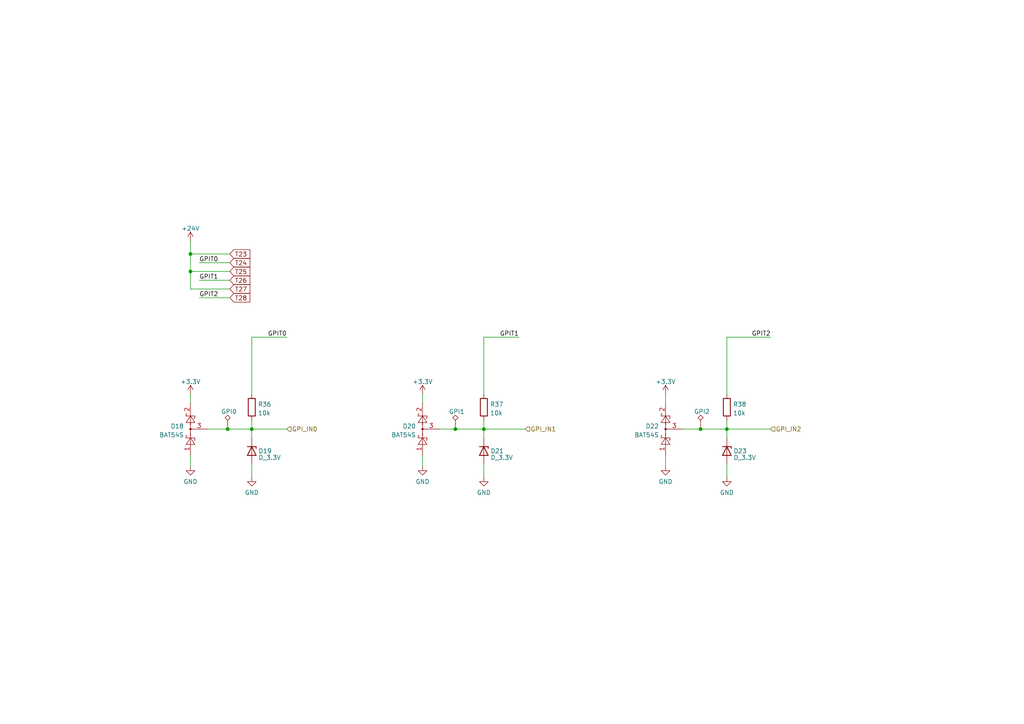
<source format=kicad_sch>
(kicad_sch (version 20211123) (generator eeschema)
  (paper "A4")
  (title_block (title "FloatPUMP Schematics") (date "2022-11-11") (rev "1.0") (company "robtor.de") (comment 1 "Controller board for up to 3 water pumps") (comment 2 "measuring capabilities with piezoresistive pressure sensors") (comment 3 "sensor input Range 4mA-20mA"))
  (lib_symbols
    (symbol "Connector:TestPoint_Alt" (pin_numbers hide) (pin_names (offset 0.762) hide)
      (property "Reference" "TP" (at 0 6.858 0))
      (property "Value" "TestPoint_Alt" (at 0 5.08 0))
      (symbol "TestPoint_Alt_0_1"
        (polyline (pts (xy 0 2.54) (xy -0.762 3.302) (xy 0 4.064) (xy 0.762 3.302) (xy 0 2.54)))
      )
      (symbol "TestPoint_Alt_1_1"
        (pin passive line (at 0 0 90) (length 2.54) (name "1") (number "1"))
      )
    )
    (symbol "D_Zener_1" (pin_numbers hide) (pin_names (offset 1.016) hide)
      (property "Reference" "D?" (at 2.032 0.8347 90))
      (property "Value" "D_Zener_1" (at 2.032 -1.7022 90))
      (symbol "D_Zener_1_0_1"
        (polyline (pts (xy 1.27 0) (xy -1.27 0)))
        (polyline (pts (xy -1.27 -1.27) (xy -1.27 1.27) (xy -0.762 1.27)) (stroke (width 0.254)))
        (polyline (pts (xy 1.27 -1.27) (xy 1.27 1.27) (xy -1.27 0) (xy 1.27 -1.27)) (stroke (width 0.254)))
      )
      (symbol "D_Zener_1_1_1"
        (pin passive line (at 3.81 0 180) (length 2.54) (name "A") (number "1"))
        (pin passive line (at -3.81 0 0) (length 2.54) (name "K") (number "3"))
      )
    )
    (symbol "Device:R" (pin_numbers hide) (pin_names (offset 0))
      (property "Reference" "R" (at 2.032 0 90))
      (property "Value" "R" (at 0 0 90))
      (symbol "R_0_1"
        (rectangle (start -1.016 -2.54) (end 1.016 2.54) (stroke (width 0.254)))
      )
      (symbol "R_1_1"
        (pin passive line (at 0 3.81 270) (length 1.27) (name "~") (number "1"))
        (pin passive line (at 0 -3.81 90) (length 1.27) (name "~") (number "2"))
      )
    )
    (symbol "Diode:BAT54S" (pin_names (offset 1.016))
      (property "Reference" "D" (at 0.635 -3.81 0))
      (property "Value" "BAT54S" (at -6.35 3.175 0))
      (symbol "BAT54S_0_1"
        (polyline (pts (xy -3.81 0) (xy -1.27 0)))
        (polyline (pts (xy -3.175 -1.27) (xy -3.175 -1.016)))
        (polyline (pts (xy -2.54 -1.27) (xy -3.175 -1.27)))
        (polyline (pts (xy -2.54 -1.27) (xy -2.54 1.27)))
        (polyline (pts (xy -2.54 1.27) (xy -1.905 1.27)))
        (polyline (pts (xy -1.905 0) (xy 1.905 0)))
        (polyline (pts (xy -1.905 1.27) (xy -1.905 1.016)))
        (polyline (pts (xy 1.27 0) (xy 3.81 0)))
        (polyline (pts (xy 3.175 -1.27) (xy 3.175 -1.016)))
        (polyline (pts (xy 3.81 -1.27) (xy 3.175 -1.27)))
        (polyline (pts (xy 3.81 -1.27) (xy 3.81 1.27)))
        (polyline (pts (xy 3.81 1.27) (xy 4.445 1.27)))
        (polyline (pts (xy 4.445 1.27) (xy 4.445 1.016)))
        (polyline (pts (xy -4.445 1.27) (xy -4.445 -1.27) (xy -2.54 0) (xy -4.445 1.27)))
        (polyline (pts (xy 1.905 1.27) (xy 1.905 -1.27) (xy 3.81 0) (xy 1.905 1.27)))
        (circle (center 0 0) (radius 0.254) (fill (type outline)))
      )
      (symbol "BAT54S_1_1"
        (pin passive line (at -7.62 0 0) (length 3.81) (name "~") (number "1"))
        (pin passive line (at 7.62 0 180) (length 3.81) (name "~") (number "2"))
        (pin passive line (at 0 -5.08 90) (length 5.08) (name "~") (number "3"))
      )
    )
    (symbol "power:+24V" (power) (pin_names (offset 0))
      (property "Value" "+24V" (at 0 3.556 0))
      (symbol "+24V_0_1"
        (polyline (pts (xy -0.762 1.27) (xy 0 2.54)))
        (polyline (pts (xy 0 0) (xy 0 2.54)))
        (polyline (pts (xy 0 2.54) (xy 0.762 1.27)))
      )
      (symbol "+24V_1_1"
        (pin power_in line (at 0 0 90) (length 0) hide (name "+24V") (number "1"))
      )
    )
    (symbol "power:+3.3V" (power) (pin_names (offset 0))
      (property "Value" "+3.3V" (at 0 3.556 0))
      (symbol "+3.3V_0_1"
        (polyline (pts (xy -0.762 1.27) (xy 0 2.54)))
        (polyline (pts (xy 0 0) (xy 0 2.54)))
        (polyline (pts (xy 0 2.54) (xy 0.762 1.27)))
      )
      (symbol "+3.3V_1_1"
        (pin power_in line (at 0 0 90) (length 0) hide (name "+3.3V") (number "1"))
      )
    )
    (symbol "power:GND" (power) (pin_names (offset 0))
      (property "Value" "GND" (at 0 -3.81 0))
      (symbol "GND_0_1"
        (polyline (pts (xy 0 0) (xy 0 -1.27) (xy 1.27 -1.27) (xy 0 -2.54) (xy -1.27 -1.27) (xy 0 -1.27)))
      )
      (symbol "GND_1_1"
        (pin power_in line (at 0 0 270) (length 0) hide (name "GND") (number "1"))
      )
    )
  )
  (junction (at 203.2 124.46))
  (junction (at 66.04 124.46))
  (junction (at 73.025 124.46))
  (junction (at 55.245 73.66))
  (junction (at 132.08 124.46))
  (junction (at 210.82 124.46))
  (junction (at 55.245 78.74))
  (junction (at 140.335 124.46))
  (wire (pts (xy 66.675 83.82) (xy 55.245 83.82)))
  (wire (pts (xy 140.335 134.62) (xy 140.335 138.43)))
  (wire (pts (xy 210.82 114.3) (xy 210.82 97.79)))
  (wire (pts (xy 66.04 124.46) (xy 73.025 124.46)))
  (wire (pts (xy 55.245 73.66) (xy 55.245 78.74)))
  (wire (pts (xy 198.12 124.46) (xy 203.2 124.46)))
  (wire (pts (xy 57.785 86.36) (xy 66.675 86.36)))
  (wire (pts (xy 73.025 121.92) (xy 73.025 124.46)))
  (wire (pts (xy 140.335 121.92) (xy 140.335 124.46)))
  (wire (pts (xy 73.025 124.46) (xy 73.025 127)))
  (wire (pts (xy 122.555 114.3) (xy 122.555 116.84)))
  (wire (pts (xy 73.025 124.46) (xy 83.185 124.46)))
  (wire (pts (xy 73.025 114.3) (xy 73.025 97.79)))
  (wire (pts (xy 210.82 124.46) (xy 210.82 127)))
  (wire (pts (xy 55.245 78.74) (xy 66.675 78.74)))
  (wire (pts (xy 55.245 78.74) (xy 55.245 83.82)))
  (wire (pts (xy 210.82 124.46) (xy 223.52 124.46)))
  (wire (pts (xy 57.785 76.2) (xy 66.675 76.2)))
  (wire (pts (xy 55.245 114.3) (xy 55.245 116.84)))
  (wire (pts (xy 55.245 132.08) (xy 55.245 135.255)))
  (wire (pts (xy 210.82 121.92) (xy 210.82 124.46)))
  (wire (pts (xy 127.635 124.46) (xy 132.08 124.46)))
  (wire (pts (xy 66.675 73.66) (xy 55.245 73.66)))
  (wire (pts (xy 73.025 134.62) (xy 73.025 138.43)))
  (wire (pts (xy 60.325 124.46) (xy 66.04 124.46)))
  (wire (pts (xy 73.025 97.79) (xy 83.185 97.79)))
  (wire (pts (xy 210.82 97.79) (xy 223.52 97.79)))
  (wire (pts (xy 140.335 97.79) (xy 150.495 97.79)))
  (wire (pts (xy 55.245 69.85) (xy 55.245 73.66)))
  (wire (pts (xy 193.04 114.3) (xy 193.04 116.84)))
  (wire (pts (xy 203.2 124.46) (xy 210.82 124.46)))
  (wire (pts (xy 140.335 97.79) (xy 140.335 114.3)))
  (wire (pts (xy 57.785 81.28) (xy 66.675 81.28)))
  (wire (pts (xy 122.555 132.08) (xy 122.555 135.255)))
  (wire (pts (xy 140.335 124.46) (xy 152.4 124.46)))
  (wire (pts (xy 140.335 124.46) (xy 140.335 127)))
  (wire (pts (xy 132.08 124.46) (xy 140.335 124.46)))
  (wire (pts (xy 193.04 132.08) (xy 193.04 135.255)))
  (wire (pts (xy 210.82 134.62) (xy 210.82 138.43)))
  (label "GPIT1" (at 150.495 97.79 180))
  (label "GPIT1" (at 57.785 81.28 0))
  (label "GPIT0" (at 83.185 97.79 180))
  (label "GPIT0" (at 57.785 76.2 0))
  (label "GPIT2" (at 57.785 86.36 0))
  (label "GPIT2" (at 223.52 97.79 180))
  (global_label "T27" (shape input) (at 66.675 83.82 0) (property "Referenzen zwischen Schaltplänen" "${INTERSHEET_REFS}" (effects hide)))
  (global_label "T24" (shape input) (at 66.675 76.2 0) (property "Referenzen zwischen Schaltplänen" "${INTERSHEET_REFS}" (effects hide)))
  (global_label "T28" (shape input) (at 66.675 86.36 0) (property "Referenzen zwischen Schaltplänen" "${INTERSHEET_REFS}" (effects hide)))
  (global_label "T23" (shape input) (at 66.675 73.66 0) (property "Referenzen zwischen Schaltplänen" "${INTERSHEET_REFS}" (effects hide)))
  (global_label "T25" (shape input) (at 66.675 78.74 0) (property "Referenzen zwischen Schaltplänen" "${INTERSHEET_REFS}" (effects hide)))
  (global_label "T26" (shape input) (at 66.675 81.28 0) (property "Referenzen zwischen Schaltplänen" "${INTERSHEET_REFS}" (effects hide)))
  (hierarchical_label "GPI_IN0" (shape input) (at 83.185 124.46 0))
  (hierarchical_label "GPI_IN2" (shape input) (at 223.52 124.46 0))
  (hierarchical_label "GPI_IN1" (shape input) (at 152.4 124.46 0))
  (symbol (lib_id "power:+24V") (at 55.245 69.85 0) (unit 1)
    (property "Reference" "#PWR083" (effects hide))
    (property "Value" "+24V" (at 55.245 66.2742 0))
  )
  (symbol (lib_id "power:GND") (at 73.025 138.43 0) (unit 1)
    (property "Reference" "#PWR086" (effects hide))
    (property "Value" "GND" (at 73.025 142.8734 0))
  )
  (symbol (lib_name "D_Zener_1") (lib_id "Device:D_Zener") (at 210.82 130.81 270) (unit 1)
    (property "Reference" "D23" (at 212.725 130.81 90) (effects (justify left)))
    (property "Value" "D_3.3V" (at 212.725 132.715 90) (effects (justify left)))
    (property "Footprint" "Package_TO_SOT_SMD:SOT-23" (effects hide))
    (property "Datasheet" "https://datasheet.lcsc.com/lcsc/1809191825_LRC-LBZX84C3V3LT1G_C12745.pdf" (effects hide))
  )
  (symbol (lib_name "D_Zener_1") (lib_id "Device:D_Zener") (at 73.025 130.81 270) (unit 1)
    (property "Reference" "D19" (at 74.93 130.81 90) (effects (justify left)))
    (property "Value" "D_3.3V" (at 74.93 132.715 90) (effects (justify left)))
    (property "Footprint" "Package_TO_SOT_SMD:SOT-23" (effects hide))
    (property "Datasheet" "https://datasheet.lcsc.com/lcsc/1809191825_LRC-LBZX84C3V3LT1G_C12745.pdf" (effects hide))
  )
  (symbol (lib_id "Connector:TestPoint_Alt") (at 203.2 124.46 0) (unit 1)
    (property "Reference" "TP21" (effects hide))
    (property "Value" "GPI2" (at 201.295 119.38 0) (effects (justify left)))
    (property "Footprint" "TestPoint:TestPoint_Pad_D1.0mm" (effects hide))
  )
  (symbol (lib_id "Device:R") (at 210.82 118.11 0) (unit 1)
    (property "Reference" "R38" (at 212.598 117.2753 0) (effects (justify left)))
    (property "Value" "10k" (at 212.598 119.8122 0) (effects (justify left)))
    (property "Footprint" "Resistor_SMD:R_0603_1608Metric" (effects hide))
    (property "JLCPCB" "C238881" (effects hide))
  )
  (symbol (lib_id "Diode:BAT54S") (at 193.04 124.46 90) (unit 1)
    (property "Reference" "D22" (at 191.135 123.6253 90) (effects (justify left)))
    (property "Value" "BAT54S" (at 191.135 126.1622 90) (effects (justify left)))
    (property "Footprint" "Package_TO_SOT_SMD:SOT-23" (effects hide))
    (property "Datasheet" "https://www.diodes.com/assets/Datasheets/ds11005.pdf" (effects hide))
    (property "JLCPCB" "C2762214" (effects hide))
  )
  (symbol (lib_id "Connector:TestPoint_Alt") (at 132.08 124.46 0) (unit 1)
    (property "Reference" "TP20" (effects hide))
    (property "Value" "GPI1" (at 130.175 119.38 0) (effects (justify left)))
    (property "Footprint" "TestPoint:TestPoint_Pad_D1.0mm" (effects hide))
  )
  (symbol (lib_id "Device:R") (at 73.025 118.11 0) (unit 1)
    (property "Reference" "R36" (at 74.803 117.2753 0) (effects (justify left)))
    (property "Value" "10k" (at 74.803 119.8122 0) (effects (justify left)))
    (property "Footprint" "Resistor_SMD:R_0603_1608Metric" (effects hide))
    (property "JLCPCB" "C238881" (effects hide))
  )
  (symbol (lib_id "power:GND") (at 55.245 135.255 0) (unit 1)
    (property "Reference" "#PWR085" (effects hide))
    (property "Value" "GND" (at 55.245 139.6984 0))
  )
  (symbol (lib_id "power:GND") (at 122.555 135.255 0) (unit 1)
    (property "Reference" "#PWR088" (effects hide))
    (property "Value" "GND" (at 122.555 139.6984 0))
  )
  (symbol (lib_id "power:GND") (at 193.04 135.255 0) (unit 1)
    (property "Reference" "#PWR091" (effects hide))
    (property "Value" "GND" (at 193.04 139.6984 0))
  )
  (symbol (lib_id "power:GND") (at 210.82 138.43 0) (unit 1)
    (property "Reference" "#PWR092" (effects hide))
    (property "Value" "GND" (at 210.82 142.8734 0))
  )
  (symbol (lib_id "Diode:BAT54S") (at 122.555 124.46 90) (unit 1)
    (property "Reference" "D20" (at 120.65 123.6253 90) (effects (justify left)))
    (property "Value" "BAT54S" (at 120.65 126.1622 90) (effects (justify left)))
    (property "Footprint" "Package_TO_SOT_SMD:SOT-23" (effects hide))
    (property "Datasheet" "https://www.diodes.com/assets/Datasheets/ds11005.pdf" (effects hide))
    (property "JLCPCB" "C2762214" (effects hide))
  )
  (symbol (lib_id "power:+3.3V") (at 193.04 114.3 0) (unit 1)
    (property "Reference" "#PWR090" (effects hide))
    (property "Value" "+3.3V" (at 193.04 110.7242 0))
  )
  (symbol (lib_name "D_Zener_1") (lib_id "Device:D_Zener") (at 140.335 130.81 270) (unit 1)
    (property "Reference" "D21" (at 142.24 130.81 90) (effects (justify left)))
    (property "Value" "D_3.3V" (at 142.24 132.715 90) (effects (justify left)))
    (property "Footprint" "Package_TO_SOT_SMD:SOT-23" (effects hide))
    (property "Datasheet" "https://datasheet.lcsc.com/lcsc/1809191825_LRC-LBZX84C3V3LT1G_C12745.pdf" (effects hide))
  )
  (symbol (lib_id "Connector:TestPoint_Alt") (at 66.04 124.46 0) (unit 1)
    (property "Reference" "TP19" (effects hide))
    (property "Value" "GPI0" (at 64.135 119.38 0) (effects (justify left)))
    (property "Footprint" "TestPoint:TestPoint_Pad_D1.0mm" (effects hide))
  )
  (symbol (lib_id "power:+3.3V") (at 55.245 114.3 0) (unit 1)
    (property "Reference" "#PWR084" (effects hide))
    (property "Value" "+3.3V" (at 55.245 110.7242 0))
  )
  (symbol (lib_id "Diode:BAT54S") (at 55.245 124.46 90) (unit 1)
    (property "Reference" "D18" (at 53.34 123.6253 90) (effects (justify left)))
    (property "Value" "BAT54S" (at 53.34 126.1622 90) (effects (justify left)))
    (property "Footprint" "Package_TO_SOT_SMD:SOT-23" (effects hide))
    (property "Datasheet" "https://www.diodes.com/assets/Datasheets/ds11005.pdf" (effects hide))
    (property "JLCPCB" "C2762214" (effects hide))
  )
  (symbol (lib_id "power:+3.3V") (at 122.555 114.3 0) (unit 1)
    (property "Reference" "#PWR087" (effects hide))
    (property "Value" "+3.3V" (at 122.555 110.7242 0))
  )
  (symbol (lib_id "Device:R") (at 140.335 118.11 0) (unit 1)
    (property "Reference" "R37" (at 142.113 117.2753 0) (effects (justify left)))
    (property "Value" "10k" (at 142.113 119.8122 0) (effects (justify left)))
    (property "Footprint" "Resistor_SMD:R_0603_1608Metric" (effects hide))
    (property "JLCPCB" "C238881" (effects hide))
  )
  (symbol (lib_id "power:GND") (at 140.335 138.43 0) (unit 1)
    (property "Reference" "#PWR089" (effects hide))
    (property "Value" "GND" (at 140.335 142.8734 0))
  )
)
</source>
